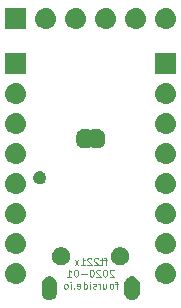
<source format=gbr>
G04 #@! TF.GenerationSoftware,KiCad,Pcbnew,(5.1.4)-1*
G04 #@! TF.CreationDate,2020-11-09T21:53:23-05:00*
G04 #@! TF.ProjectId,ft221x,66743232-3178-42e6-9b69-6361645f7063,2020-02*
G04 #@! TF.SameCoordinates,Original*
G04 #@! TF.FileFunction,Soldermask,Bot*
G04 #@! TF.FilePolarity,Negative*
%FSLAX46Y46*%
G04 Gerber Fmt 4.6, Leading zero omitted, Abs format (unit mm)*
G04 Created by KiCad (PCBNEW (5.1.4)-1) date 2020-11-09 21:53:23*
%MOMM*%
%LPD*%
G04 APERTURE LIST*
%ADD10C,0.100000*%
G04 APERTURE END LIST*
D10*
X30595714Y-48401428D02*
X30367142Y-48401428D01*
X30510000Y-48801428D02*
X30510000Y-48287142D01*
X30481428Y-48230000D01*
X30424285Y-48201428D01*
X30367142Y-48201428D01*
X30252857Y-48401428D02*
X30024285Y-48401428D01*
X30167142Y-48201428D02*
X30167142Y-48715714D01*
X30138571Y-48772857D01*
X30081428Y-48801428D01*
X30024285Y-48801428D01*
X29852857Y-48258571D02*
X29824285Y-48230000D01*
X29767142Y-48201428D01*
X29624285Y-48201428D01*
X29567142Y-48230000D01*
X29538571Y-48258571D01*
X29510000Y-48315714D01*
X29510000Y-48372857D01*
X29538571Y-48458571D01*
X29881428Y-48801428D01*
X29510000Y-48801428D01*
X29281428Y-48258571D02*
X29252857Y-48230000D01*
X29195714Y-48201428D01*
X29052857Y-48201428D01*
X28995714Y-48230000D01*
X28967142Y-48258571D01*
X28938571Y-48315714D01*
X28938571Y-48372857D01*
X28967142Y-48458571D01*
X29310000Y-48801428D01*
X28938571Y-48801428D01*
X28367142Y-48801428D02*
X28710000Y-48801428D01*
X28538571Y-48801428D02*
X28538571Y-48201428D01*
X28595714Y-48287142D01*
X28652857Y-48344285D01*
X28710000Y-48372857D01*
X28167142Y-48801428D02*
X27852857Y-48401428D01*
X28167142Y-48401428D02*
X27852857Y-48801428D01*
X31181428Y-49258571D02*
X31152857Y-49230000D01*
X31095714Y-49201428D01*
X30952857Y-49201428D01*
X30895714Y-49230000D01*
X30867142Y-49258571D01*
X30838571Y-49315714D01*
X30838571Y-49372857D01*
X30867142Y-49458571D01*
X31210000Y-49801428D01*
X30838571Y-49801428D01*
X30467142Y-49201428D02*
X30410000Y-49201428D01*
X30352857Y-49230000D01*
X30324285Y-49258571D01*
X30295714Y-49315714D01*
X30267142Y-49430000D01*
X30267142Y-49572857D01*
X30295714Y-49687142D01*
X30324285Y-49744285D01*
X30352857Y-49772857D01*
X30410000Y-49801428D01*
X30467142Y-49801428D01*
X30524285Y-49772857D01*
X30552857Y-49744285D01*
X30581428Y-49687142D01*
X30610000Y-49572857D01*
X30610000Y-49430000D01*
X30581428Y-49315714D01*
X30552857Y-49258571D01*
X30524285Y-49230000D01*
X30467142Y-49201428D01*
X30038571Y-49258571D02*
X30010000Y-49230000D01*
X29952857Y-49201428D01*
X29810000Y-49201428D01*
X29752857Y-49230000D01*
X29724285Y-49258571D01*
X29695714Y-49315714D01*
X29695714Y-49372857D01*
X29724285Y-49458571D01*
X30067142Y-49801428D01*
X29695714Y-49801428D01*
X29324285Y-49201428D02*
X29267142Y-49201428D01*
X29210000Y-49230000D01*
X29181428Y-49258571D01*
X29152857Y-49315714D01*
X29124285Y-49430000D01*
X29124285Y-49572857D01*
X29152857Y-49687142D01*
X29181428Y-49744285D01*
X29210000Y-49772857D01*
X29267142Y-49801428D01*
X29324285Y-49801428D01*
X29381428Y-49772857D01*
X29410000Y-49744285D01*
X29438571Y-49687142D01*
X29467142Y-49572857D01*
X29467142Y-49430000D01*
X29438571Y-49315714D01*
X29410000Y-49258571D01*
X29381428Y-49230000D01*
X29324285Y-49201428D01*
X28867142Y-49572857D02*
X28410000Y-49572857D01*
X28010000Y-49201428D02*
X27952857Y-49201428D01*
X27895714Y-49230000D01*
X27867142Y-49258571D01*
X27838571Y-49315714D01*
X27810000Y-49430000D01*
X27810000Y-49572857D01*
X27838571Y-49687142D01*
X27867142Y-49744285D01*
X27895714Y-49772857D01*
X27952857Y-49801428D01*
X28010000Y-49801428D01*
X28067142Y-49772857D01*
X28095714Y-49744285D01*
X28124285Y-49687142D01*
X28152857Y-49572857D01*
X28152857Y-49430000D01*
X28124285Y-49315714D01*
X28095714Y-49258571D01*
X28067142Y-49230000D01*
X28010000Y-49201428D01*
X27238571Y-49801428D02*
X27581428Y-49801428D01*
X27410000Y-49801428D02*
X27410000Y-49201428D01*
X27467142Y-49287142D01*
X27524285Y-49344285D01*
X27581428Y-49372857D01*
X31524285Y-50401428D02*
X31295714Y-50401428D01*
X31438571Y-50801428D02*
X31438571Y-50287142D01*
X31410000Y-50230000D01*
X31352857Y-50201428D01*
X31295714Y-50201428D01*
X31010000Y-50801428D02*
X31067142Y-50772857D01*
X31095714Y-50744285D01*
X31124285Y-50687142D01*
X31124285Y-50515714D01*
X31095714Y-50458571D01*
X31067142Y-50430000D01*
X31010000Y-50401428D01*
X30924285Y-50401428D01*
X30867142Y-50430000D01*
X30838571Y-50458571D01*
X30810000Y-50515714D01*
X30810000Y-50687142D01*
X30838571Y-50744285D01*
X30867142Y-50772857D01*
X30924285Y-50801428D01*
X31010000Y-50801428D01*
X30295714Y-50401428D02*
X30295714Y-50801428D01*
X30552857Y-50401428D02*
X30552857Y-50715714D01*
X30524285Y-50772857D01*
X30467142Y-50801428D01*
X30381428Y-50801428D01*
X30324285Y-50772857D01*
X30295714Y-50744285D01*
X30010000Y-50801428D02*
X30010000Y-50401428D01*
X30010000Y-50515714D02*
X29981428Y-50458571D01*
X29952857Y-50430000D01*
X29895714Y-50401428D01*
X29838571Y-50401428D01*
X29667142Y-50772857D02*
X29610000Y-50801428D01*
X29495714Y-50801428D01*
X29438571Y-50772857D01*
X29410000Y-50715714D01*
X29410000Y-50687142D01*
X29438571Y-50630000D01*
X29495714Y-50601428D01*
X29581428Y-50601428D01*
X29638571Y-50572857D01*
X29667142Y-50515714D01*
X29667142Y-50487142D01*
X29638571Y-50430000D01*
X29581428Y-50401428D01*
X29495714Y-50401428D01*
X29438571Y-50430000D01*
X29152857Y-50801428D02*
X29152857Y-50401428D01*
X29152857Y-50201428D02*
X29181428Y-50230000D01*
X29152857Y-50258571D01*
X29124285Y-50230000D01*
X29152857Y-50201428D01*
X29152857Y-50258571D01*
X28610000Y-50801428D02*
X28610000Y-50201428D01*
X28610000Y-50772857D02*
X28667142Y-50801428D01*
X28781428Y-50801428D01*
X28838571Y-50772857D01*
X28867142Y-50744285D01*
X28895714Y-50687142D01*
X28895714Y-50515714D01*
X28867142Y-50458571D01*
X28838571Y-50430000D01*
X28781428Y-50401428D01*
X28667142Y-50401428D01*
X28610000Y-50430000D01*
X28095714Y-50772857D02*
X28152857Y-50801428D01*
X28267142Y-50801428D01*
X28324285Y-50772857D01*
X28352857Y-50715714D01*
X28352857Y-50487142D01*
X28324285Y-50430000D01*
X28267142Y-50401428D01*
X28152857Y-50401428D01*
X28095714Y-50430000D01*
X28067142Y-50487142D01*
X28067142Y-50544285D01*
X28352857Y-50601428D01*
X27810000Y-50744285D02*
X27781428Y-50772857D01*
X27810000Y-50801428D01*
X27838571Y-50772857D01*
X27810000Y-50744285D01*
X27810000Y-50801428D01*
X27524285Y-50801428D02*
X27524285Y-50401428D01*
X27524285Y-50201428D02*
X27552857Y-50230000D01*
X27524285Y-50258571D01*
X27495714Y-50230000D01*
X27524285Y-50201428D01*
X27524285Y-50258571D01*
X27152857Y-50801428D02*
X27210000Y-50772857D01*
X27238571Y-50744285D01*
X27267142Y-50687142D01*
X27267142Y-50515714D01*
X27238571Y-50458571D01*
X27210000Y-50430000D01*
X27152857Y-50401428D01*
X27067142Y-50401428D01*
X27010000Y-50430000D01*
X26981428Y-50458571D01*
X26952857Y-50515714D01*
X26952857Y-50687142D01*
X26981428Y-50744285D01*
X27010000Y-50772857D01*
X27067142Y-50801428D01*
X27152857Y-50801428D01*
G36*
X25837618Y-49775920D02*
G01*
X25928404Y-49803460D01*
X25960336Y-49813146D01*
X26073425Y-49873594D01*
X26172554Y-49954946D01*
X26253906Y-50054075D01*
X26314354Y-50167164D01*
X26315270Y-50170185D01*
X26351580Y-50289882D01*
X26361000Y-50385527D01*
X26361000Y-51149473D01*
X26351580Y-51245118D01*
X26324040Y-51335904D01*
X26314354Y-51367836D01*
X26253906Y-51480925D01*
X26172554Y-51580053D01*
X26073424Y-51661406D01*
X25960335Y-51721854D01*
X25928403Y-51731540D01*
X25837617Y-51759080D01*
X25710000Y-51771649D01*
X25582382Y-51759080D01*
X25491596Y-51731540D01*
X25459664Y-51721854D01*
X25346575Y-51661406D01*
X25247447Y-51580054D01*
X25166094Y-51480924D01*
X25105646Y-51367835D01*
X25095960Y-51335903D01*
X25068420Y-51245117D01*
X25059000Y-51149472D01*
X25059000Y-50385527D01*
X25068420Y-50289882D01*
X25105645Y-50167168D01*
X25130608Y-50120466D01*
X25166095Y-50054075D01*
X25247447Y-49954946D01*
X25346576Y-49873594D01*
X25459665Y-49813146D01*
X25491597Y-49803460D01*
X25582383Y-49775920D01*
X25710000Y-49763351D01*
X25837618Y-49775920D01*
X25837618Y-49775920D01*
G37*
G36*
X32837617Y-49775920D02*
G01*
X32928403Y-49803460D01*
X32960335Y-49813146D01*
X33073424Y-49873594D01*
X33172554Y-49954947D01*
X33253906Y-50054075D01*
X33314354Y-50167164D01*
X33315270Y-50170185D01*
X33351580Y-50289882D01*
X33361000Y-50385527D01*
X33361000Y-51149473D01*
X33351580Y-51245118D01*
X33324040Y-51335904D01*
X33314354Y-51367836D01*
X33253906Y-51480925D01*
X33172554Y-51580054D01*
X33073425Y-51661406D01*
X32960336Y-51721854D01*
X32928404Y-51731540D01*
X32837618Y-51759080D01*
X32710000Y-51771649D01*
X32582383Y-51759080D01*
X32491597Y-51731540D01*
X32459665Y-51721854D01*
X32346576Y-51661406D01*
X32247447Y-51580054D01*
X32166095Y-51480925D01*
X32105648Y-51367837D01*
X32105645Y-51367832D01*
X32068420Y-51245118D01*
X32059000Y-51149473D01*
X32059000Y-50385528D01*
X32068420Y-50289883D01*
X32105645Y-50167169D01*
X32105646Y-50167165D01*
X32166094Y-50054076D01*
X32247447Y-49954946D01*
X32346575Y-49873594D01*
X32459664Y-49813146D01*
X32491596Y-49803460D01*
X32582382Y-49775920D01*
X32710000Y-49763351D01*
X32837617Y-49775920D01*
X32837617Y-49775920D01*
G37*
G36*
X35670443Y-48635519D02*
G01*
X35736627Y-48642037D01*
X35906466Y-48693557D01*
X36062991Y-48777222D01*
X36098729Y-48806552D01*
X36200186Y-48889814D01*
X36283448Y-48991271D01*
X36312778Y-49027009D01*
X36396443Y-49183534D01*
X36447963Y-49353373D01*
X36465359Y-49530000D01*
X36447963Y-49706627D01*
X36396443Y-49876466D01*
X36312778Y-50032991D01*
X36295474Y-50054076D01*
X36200186Y-50170186D01*
X36098729Y-50253448D01*
X36062991Y-50282778D01*
X35906466Y-50366443D01*
X35736627Y-50417963D01*
X35670443Y-50424481D01*
X35604260Y-50431000D01*
X35515740Y-50431000D01*
X35449558Y-50424482D01*
X35383373Y-50417963D01*
X35213534Y-50366443D01*
X35057009Y-50282778D01*
X35021271Y-50253448D01*
X34919814Y-50170186D01*
X34824526Y-50054076D01*
X34807222Y-50032991D01*
X34723557Y-49876466D01*
X34672037Y-49706627D01*
X34654641Y-49530000D01*
X34672037Y-49353373D01*
X34723557Y-49183534D01*
X34807222Y-49027009D01*
X34836552Y-48991271D01*
X34919814Y-48889814D01*
X35021271Y-48806552D01*
X35057009Y-48777222D01*
X35213534Y-48693557D01*
X35383373Y-48642037D01*
X35449557Y-48635519D01*
X35515740Y-48629000D01*
X35604260Y-48629000D01*
X35670443Y-48635519D01*
X35670443Y-48635519D01*
G37*
G36*
X22970443Y-48635519D02*
G01*
X23036627Y-48642037D01*
X23206466Y-48693557D01*
X23362991Y-48777222D01*
X23398729Y-48806552D01*
X23500186Y-48889814D01*
X23583448Y-48991271D01*
X23612778Y-49027009D01*
X23696443Y-49183534D01*
X23747963Y-49353373D01*
X23765359Y-49530000D01*
X23747963Y-49706627D01*
X23696443Y-49876466D01*
X23612778Y-50032991D01*
X23595474Y-50054076D01*
X23500186Y-50170186D01*
X23398729Y-50253448D01*
X23362991Y-50282778D01*
X23206466Y-50366443D01*
X23036627Y-50417963D01*
X22970442Y-50424482D01*
X22904260Y-50431000D01*
X22815740Y-50431000D01*
X22749558Y-50424482D01*
X22683373Y-50417963D01*
X22513534Y-50366443D01*
X22357009Y-50282778D01*
X22321271Y-50253448D01*
X22219814Y-50170186D01*
X22124526Y-50054076D01*
X22107222Y-50032991D01*
X22023557Y-49876466D01*
X21972037Y-49706627D01*
X21954641Y-49530000D01*
X21972037Y-49353373D01*
X22023557Y-49183534D01*
X22107222Y-49027009D01*
X22136552Y-48991271D01*
X22219814Y-48889814D01*
X22321271Y-48806552D01*
X22357009Y-48777222D01*
X22513534Y-48693557D01*
X22683373Y-48642037D01*
X22749557Y-48635519D01*
X22815740Y-48629000D01*
X22904260Y-48629000D01*
X22970443Y-48635519D01*
X22970443Y-48635519D01*
G37*
G36*
X26936348Y-47321320D02*
G01*
X26936350Y-47321321D01*
X26936351Y-47321321D01*
X27077574Y-47379817D01*
X27077577Y-47379819D01*
X27204669Y-47464739D01*
X27312761Y-47572831D01*
X27351084Y-47630186D01*
X27397683Y-47699926D01*
X27456179Y-47841149D01*
X27486000Y-47991071D01*
X27486000Y-48143929D01*
X27456179Y-48293851D01*
X27397683Y-48435074D01*
X27397681Y-48435077D01*
X27312761Y-48562169D01*
X27204669Y-48670261D01*
X27077577Y-48755181D01*
X27077574Y-48755183D01*
X26936351Y-48813679D01*
X26936350Y-48813679D01*
X26936348Y-48813680D01*
X26786431Y-48843500D01*
X26633569Y-48843500D01*
X26483652Y-48813680D01*
X26483650Y-48813679D01*
X26483649Y-48813679D01*
X26342426Y-48755183D01*
X26342423Y-48755181D01*
X26215331Y-48670261D01*
X26107239Y-48562169D01*
X26022319Y-48435077D01*
X26022317Y-48435074D01*
X25963821Y-48293851D01*
X25934000Y-48143929D01*
X25934000Y-47991071D01*
X25963821Y-47841149D01*
X26022317Y-47699926D01*
X26068916Y-47630186D01*
X26107239Y-47572831D01*
X26215331Y-47464739D01*
X26342423Y-47379819D01*
X26342426Y-47379817D01*
X26483649Y-47321321D01*
X26483650Y-47321321D01*
X26483652Y-47321320D01*
X26633569Y-47291500D01*
X26786431Y-47291500D01*
X26936348Y-47321320D01*
X26936348Y-47321320D01*
G37*
G36*
X31936348Y-47321320D02*
G01*
X31936350Y-47321321D01*
X31936351Y-47321321D01*
X32077574Y-47379817D01*
X32077577Y-47379819D01*
X32204669Y-47464739D01*
X32312761Y-47572831D01*
X32351084Y-47630186D01*
X32397683Y-47699926D01*
X32456179Y-47841149D01*
X32486000Y-47991071D01*
X32486000Y-48143929D01*
X32456179Y-48293851D01*
X32397683Y-48435074D01*
X32397681Y-48435077D01*
X32312761Y-48562169D01*
X32204669Y-48670261D01*
X32077577Y-48755181D01*
X32077574Y-48755183D01*
X31936351Y-48813679D01*
X31936350Y-48813679D01*
X31936348Y-48813680D01*
X31786431Y-48843500D01*
X31633569Y-48843500D01*
X31483652Y-48813680D01*
X31483650Y-48813679D01*
X31483649Y-48813679D01*
X31342426Y-48755183D01*
X31342423Y-48755181D01*
X31215331Y-48670261D01*
X31107239Y-48562169D01*
X31022319Y-48435077D01*
X31022317Y-48435074D01*
X30963821Y-48293851D01*
X30934000Y-48143929D01*
X30934000Y-47991071D01*
X30963821Y-47841149D01*
X31022317Y-47699926D01*
X31068916Y-47630186D01*
X31107239Y-47572831D01*
X31215331Y-47464739D01*
X31342423Y-47379819D01*
X31342426Y-47379817D01*
X31483649Y-47321321D01*
X31483650Y-47321321D01*
X31483652Y-47321320D01*
X31633569Y-47291500D01*
X31786431Y-47291500D01*
X31936348Y-47321320D01*
X31936348Y-47321320D01*
G37*
G36*
X35670442Y-46095518D02*
G01*
X35736627Y-46102037D01*
X35906466Y-46153557D01*
X36062991Y-46237222D01*
X36098729Y-46266552D01*
X36200186Y-46349814D01*
X36283448Y-46451271D01*
X36312778Y-46487009D01*
X36396443Y-46643534D01*
X36447963Y-46813373D01*
X36465359Y-46990000D01*
X36447963Y-47166627D01*
X36396443Y-47336466D01*
X36312778Y-47492991D01*
X36283448Y-47528729D01*
X36200186Y-47630186D01*
X36115210Y-47699923D01*
X36062991Y-47742778D01*
X35906466Y-47826443D01*
X35736627Y-47877963D01*
X35670443Y-47884481D01*
X35604260Y-47891000D01*
X35515740Y-47891000D01*
X35449557Y-47884481D01*
X35383373Y-47877963D01*
X35213534Y-47826443D01*
X35057009Y-47742778D01*
X35004790Y-47699923D01*
X34919814Y-47630186D01*
X34836552Y-47528729D01*
X34807222Y-47492991D01*
X34723557Y-47336466D01*
X34672037Y-47166627D01*
X34654641Y-46990000D01*
X34672037Y-46813373D01*
X34723557Y-46643534D01*
X34807222Y-46487009D01*
X34836552Y-46451271D01*
X34919814Y-46349814D01*
X35021271Y-46266552D01*
X35057009Y-46237222D01*
X35213534Y-46153557D01*
X35383373Y-46102037D01*
X35449558Y-46095518D01*
X35515740Y-46089000D01*
X35604260Y-46089000D01*
X35670442Y-46095518D01*
X35670442Y-46095518D01*
G37*
G36*
X22970442Y-46095518D02*
G01*
X23036627Y-46102037D01*
X23206466Y-46153557D01*
X23362991Y-46237222D01*
X23398729Y-46266552D01*
X23500186Y-46349814D01*
X23583448Y-46451271D01*
X23612778Y-46487009D01*
X23696443Y-46643534D01*
X23747963Y-46813373D01*
X23765359Y-46990000D01*
X23747963Y-47166627D01*
X23696443Y-47336466D01*
X23612778Y-47492991D01*
X23583448Y-47528729D01*
X23500186Y-47630186D01*
X23415210Y-47699923D01*
X23362991Y-47742778D01*
X23206466Y-47826443D01*
X23036627Y-47877963D01*
X22970443Y-47884481D01*
X22904260Y-47891000D01*
X22815740Y-47891000D01*
X22749557Y-47884481D01*
X22683373Y-47877963D01*
X22513534Y-47826443D01*
X22357009Y-47742778D01*
X22304790Y-47699923D01*
X22219814Y-47630186D01*
X22136552Y-47528729D01*
X22107222Y-47492991D01*
X22023557Y-47336466D01*
X21972037Y-47166627D01*
X21954641Y-46990000D01*
X21972037Y-46813373D01*
X22023557Y-46643534D01*
X22107222Y-46487009D01*
X22136552Y-46451271D01*
X22219814Y-46349814D01*
X22321271Y-46266552D01*
X22357009Y-46237222D01*
X22513534Y-46153557D01*
X22683373Y-46102037D01*
X22749558Y-46095518D01*
X22815740Y-46089000D01*
X22904260Y-46089000D01*
X22970442Y-46095518D01*
X22970442Y-46095518D01*
G37*
G36*
X22970443Y-43555519D02*
G01*
X23036627Y-43562037D01*
X23206466Y-43613557D01*
X23362991Y-43697222D01*
X23398729Y-43726552D01*
X23500186Y-43809814D01*
X23583448Y-43911271D01*
X23612778Y-43947009D01*
X23696443Y-44103534D01*
X23747963Y-44273373D01*
X23765359Y-44450000D01*
X23747963Y-44626627D01*
X23696443Y-44796466D01*
X23612778Y-44952991D01*
X23583448Y-44988729D01*
X23500186Y-45090186D01*
X23398729Y-45173448D01*
X23362991Y-45202778D01*
X23206466Y-45286443D01*
X23036627Y-45337963D01*
X22970442Y-45344482D01*
X22904260Y-45351000D01*
X22815740Y-45351000D01*
X22749558Y-45344482D01*
X22683373Y-45337963D01*
X22513534Y-45286443D01*
X22357009Y-45202778D01*
X22321271Y-45173448D01*
X22219814Y-45090186D01*
X22136552Y-44988729D01*
X22107222Y-44952991D01*
X22023557Y-44796466D01*
X21972037Y-44626627D01*
X21954641Y-44450000D01*
X21972037Y-44273373D01*
X22023557Y-44103534D01*
X22107222Y-43947009D01*
X22136552Y-43911271D01*
X22219814Y-43809814D01*
X22321271Y-43726552D01*
X22357009Y-43697222D01*
X22513534Y-43613557D01*
X22683373Y-43562037D01*
X22749557Y-43555519D01*
X22815740Y-43549000D01*
X22904260Y-43549000D01*
X22970443Y-43555519D01*
X22970443Y-43555519D01*
G37*
G36*
X35670443Y-43555519D02*
G01*
X35736627Y-43562037D01*
X35906466Y-43613557D01*
X36062991Y-43697222D01*
X36098729Y-43726552D01*
X36200186Y-43809814D01*
X36283448Y-43911271D01*
X36312778Y-43947009D01*
X36396443Y-44103534D01*
X36447963Y-44273373D01*
X36465359Y-44450000D01*
X36447963Y-44626627D01*
X36396443Y-44796466D01*
X36312778Y-44952991D01*
X36283448Y-44988729D01*
X36200186Y-45090186D01*
X36098729Y-45173448D01*
X36062991Y-45202778D01*
X35906466Y-45286443D01*
X35736627Y-45337963D01*
X35670442Y-45344482D01*
X35604260Y-45351000D01*
X35515740Y-45351000D01*
X35449558Y-45344482D01*
X35383373Y-45337963D01*
X35213534Y-45286443D01*
X35057009Y-45202778D01*
X35021271Y-45173448D01*
X34919814Y-45090186D01*
X34836552Y-44988729D01*
X34807222Y-44952991D01*
X34723557Y-44796466D01*
X34672037Y-44626627D01*
X34654641Y-44450000D01*
X34672037Y-44273373D01*
X34723557Y-44103534D01*
X34807222Y-43947009D01*
X34836552Y-43911271D01*
X34919814Y-43809814D01*
X35021271Y-43726552D01*
X35057009Y-43697222D01*
X35213534Y-43613557D01*
X35383373Y-43562037D01*
X35449557Y-43555519D01*
X35515740Y-43549000D01*
X35604260Y-43549000D01*
X35670443Y-43555519D01*
X35670443Y-43555519D01*
G37*
G36*
X22970442Y-41015518D02*
G01*
X23036627Y-41022037D01*
X23206466Y-41073557D01*
X23362991Y-41157222D01*
X23398729Y-41186552D01*
X23500186Y-41269814D01*
X23583448Y-41371271D01*
X23612778Y-41407009D01*
X23612779Y-41407011D01*
X23696009Y-41562721D01*
X23696443Y-41563534D01*
X23747963Y-41733373D01*
X23765359Y-41910000D01*
X23747963Y-42086627D01*
X23696443Y-42256466D01*
X23612778Y-42412991D01*
X23583448Y-42448729D01*
X23500186Y-42550186D01*
X23398729Y-42633448D01*
X23362991Y-42662778D01*
X23206466Y-42746443D01*
X23036627Y-42797963D01*
X22970443Y-42804481D01*
X22904260Y-42811000D01*
X22815740Y-42811000D01*
X22749557Y-42804481D01*
X22683373Y-42797963D01*
X22513534Y-42746443D01*
X22357009Y-42662778D01*
X22321271Y-42633448D01*
X22219814Y-42550186D01*
X22136552Y-42448729D01*
X22107222Y-42412991D01*
X22023557Y-42256466D01*
X21972037Y-42086627D01*
X21954641Y-41910000D01*
X21972037Y-41733373D01*
X22023557Y-41563534D01*
X22023992Y-41562721D01*
X22107221Y-41407011D01*
X22107222Y-41407009D01*
X22136552Y-41371271D01*
X22219814Y-41269814D01*
X22321271Y-41186552D01*
X22357009Y-41157222D01*
X22513534Y-41073557D01*
X22683373Y-41022037D01*
X22749558Y-41015518D01*
X22815740Y-41009000D01*
X22904260Y-41009000D01*
X22970442Y-41015518D01*
X22970442Y-41015518D01*
G37*
G36*
X35670442Y-41015518D02*
G01*
X35736627Y-41022037D01*
X35906466Y-41073557D01*
X36062991Y-41157222D01*
X36098729Y-41186552D01*
X36200186Y-41269814D01*
X36283448Y-41371271D01*
X36312778Y-41407009D01*
X36312779Y-41407011D01*
X36396009Y-41562721D01*
X36396443Y-41563534D01*
X36447963Y-41733373D01*
X36465359Y-41910000D01*
X36447963Y-42086627D01*
X36396443Y-42256466D01*
X36312778Y-42412991D01*
X36283448Y-42448729D01*
X36200186Y-42550186D01*
X36098729Y-42633448D01*
X36062991Y-42662778D01*
X35906466Y-42746443D01*
X35736627Y-42797963D01*
X35670443Y-42804481D01*
X35604260Y-42811000D01*
X35515740Y-42811000D01*
X35449557Y-42804481D01*
X35383373Y-42797963D01*
X35213534Y-42746443D01*
X35057009Y-42662778D01*
X35021271Y-42633448D01*
X34919814Y-42550186D01*
X34836552Y-42448729D01*
X34807222Y-42412991D01*
X34723557Y-42256466D01*
X34672037Y-42086627D01*
X34654641Y-41910000D01*
X34672037Y-41733373D01*
X34723557Y-41563534D01*
X34723992Y-41562721D01*
X34807221Y-41407011D01*
X34807222Y-41407009D01*
X34836552Y-41371271D01*
X34919814Y-41269814D01*
X35021271Y-41186552D01*
X35057009Y-41157222D01*
X35213534Y-41073557D01*
X35383373Y-41022037D01*
X35449558Y-41015518D01*
X35515740Y-41009000D01*
X35604260Y-41009000D01*
X35670442Y-41015518D01*
X35670442Y-41015518D01*
G37*
G36*
X25052721Y-40872174D02*
G01*
X25152995Y-40913709D01*
X25152996Y-40913710D01*
X25243242Y-40974010D01*
X25319990Y-41050758D01*
X25319991Y-41050760D01*
X25380291Y-41141005D01*
X25421826Y-41241279D01*
X25443000Y-41347730D01*
X25443000Y-41456270D01*
X25421826Y-41562721D01*
X25380291Y-41662995D01*
X25380290Y-41662996D01*
X25319990Y-41753242D01*
X25243242Y-41829990D01*
X25197812Y-41860345D01*
X25152995Y-41890291D01*
X25052721Y-41931826D01*
X24946270Y-41953000D01*
X24837730Y-41953000D01*
X24731279Y-41931826D01*
X24631005Y-41890291D01*
X24586188Y-41860345D01*
X24540758Y-41829990D01*
X24464010Y-41753242D01*
X24403710Y-41662996D01*
X24403709Y-41662995D01*
X24362174Y-41562721D01*
X24341000Y-41456270D01*
X24341000Y-41347730D01*
X24362174Y-41241279D01*
X24403709Y-41141005D01*
X24464009Y-41050760D01*
X24464010Y-41050758D01*
X24540758Y-40974010D01*
X24631004Y-40913710D01*
X24631005Y-40913709D01*
X24731279Y-40872174D01*
X24837730Y-40851000D01*
X24946270Y-40851000D01*
X25052721Y-40872174D01*
X25052721Y-40872174D01*
G37*
G36*
X35670443Y-38475519D02*
G01*
X35736627Y-38482037D01*
X35906466Y-38533557D01*
X36062991Y-38617222D01*
X36098729Y-38646552D01*
X36200186Y-38729814D01*
X36282947Y-38830660D01*
X36312778Y-38867009D01*
X36396443Y-39023534D01*
X36447963Y-39193373D01*
X36465359Y-39370000D01*
X36447963Y-39546627D01*
X36396443Y-39716466D01*
X36312778Y-39872991D01*
X36283448Y-39908729D01*
X36200186Y-40010186D01*
X36098729Y-40093448D01*
X36062991Y-40122778D01*
X35906466Y-40206443D01*
X35736627Y-40257963D01*
X35670443Y-40264481D01*
X35604260Y-40271000D01*
X35515740Y-40271000D01*
X35449557Y-40264481D01*
X35383373Y-40257963D01*
X35213534Y-40206443D01*
X35057009Y-40122778D01*
X35021271Y-40093448D01*
X34919814Y-40010186D01*
X34836552Y-39908729D01*
X34807222Y-39872991D01*
X34723557Y-39716466D01*
X34672037Y-39546627D01*
X34654641Y-39370000D01*
X34672037Y-39193373D01*
X34723557Y-39023534D01*
X34807222Y-38867009D01*
X34837053Y-38830660D01*
X34919814Y-38729814D01*
X35021271Y-38646552D01*
X35057009Y-38617222D01*
X35213534Y-38533557D01*
X35383373Y-38482037D01*
X35449557Y-38475519D01*
X35515740Y-38469000D01*
X35604260Y-38469000D01*
X35670443Y-38475519D01*
X35670443Y-38475519D01*
G37*
G36*
X22970443Y-38475519D02*
G01*
X23036627Y-38482037D01*
X23206466Y-38533557D01*
X23362991Y-38617222D01*
X23398729Y-38646552D01*
X23500186Y-38729814D01*
X23582947Y-38830660D01*
X23612778Y-38867009D01*
X23696443Y-39023534D01*
X23747963Y-39193373D01*
X23765359Y-39370000D01*
X23747963Y-39546627D01*
X23696443Y-39716466D01*
X23612778Y-39872991D01*
X23583448Y-39908729D01*
X23500186Y-40010186D01*
X23398729Y-40093448D01*
X23362991Y-40122778D01*
X23206466Y-40206443D01*
X23036627Y-40257963D01*
X22970443Y-40264481D01*
X22904260Y-40271000D01*
X22815740Y-40271000D01*
X22749557Y-40264481D01*
X22683373Y-40257963D01*
X22513534Y-40206443D01*
X22357009Y-40122778D01*
X22321271Y-40093448D01*
X22219814Y-40010186D01*
X22136552Y-39908729D01*
X22107222Y-39872991D01*
X22023557Y-39716466D01*
X21972037Y-39546627D01*
X21954641Y-39370000D01*
X21972037Y-39193373D01*
X22023557Y-39023534D01*
X22107222Y-38867009D01*
X22137053Y-38830660D01*
X22219814Y-38729814D01*
X22321271Y-38646552D01*
X22357009Y-38617222D01*
X22513534Y-38533557D01*
X22683373Y-38482037D01*
X22749557Y-38475519D01*
X22815740Y-38469000D01*
X22904260Y-38469000D01*
X22970443Y-38475519D01*
X22970443Y-38475519D01*
G37*
G36*
X29069999Y-37299737D02*
G01*
X29079608Y-37302652D01*
X29088472Y-37307390D01*
X29096237Y-37313763D01*
X29106448Y-37326206D01*
X29113378Y-37336575D01*
X29130705Y-37353902D01*
X29151080Y-37367515D01*
X29173720Y-37376891D01*
X29197753Y-37381671D01*
X29222257Y-37381670D01*
X29246290Y-37376888D01*
X29268929Y-37367510D01*
X29289302Y-37353895D01*
X29306629Y-37336568D01*
X29313558Y-37326198D01*
X29323763Y-37313763D01*
X29331528Y-37307390D01*
X29340392Y-37302652D01*
X29350001Y-37299737D01*
X29366140Y-37298148D01*
X29853861Y-37298148D01*
X29872199Y-37299954D01*
X29884450Y-37300556D01*
X29902869Y-37300556D01*
X29925149Y-37302750D01*
X30009233Y-37319476D01*
X30030660Y-37325976D01*
X30109858Y-37358780D01*
X30115303Y-37361691D01*
X30115309Y-37361693D01*
X30124169Y-37366429D01*
X30124173Y-37366432D01*
X30129614Y-37369340D01*
X30200899Y-37416971D01*
X30218204Y-37431172D01*
X30278828Y-37491796D01*
X30293029Y-37509101D01*
X30340660Y-37580386D01*
X30343568Y-37585827D01*
X30343571Y-37585831D01*
X30348307Y-37594691D01*
X30348309Y-37594697D01*
X30351220Y-37600142D01*
X30384024Y-37679340D01*
X30390524Y-37700767D01*
X30407250Y-37784851D01*
X30409444Y-37807131D01*
X30409444Y-37825550D01*
X30410046Y-37837801D01*
X30411852Y-37856139D01*
X30411852Y-38343862D01*
X30410046Y-38362199D01*
X30409444Y-38374450D01*
X30409444Y-38392869D01*
X30407250Y-38415149D01*
X30390524Y-38499233D01*
X30384024Y-38520660D01*
X30351220Y-38599858D01*
X30348309Y-38605303D01*
X30348307Y-38605309D01*
X30343571Y-38614169D01*
X30343568Y-38614173D01*
X30340660Y-38619614D01*
X30293029Y-38690899D01*
X30278828Y-38708204D01*
X30218204Y-38768828D01*
X30200899Y-38783029D01*
X30129614Y-38830660D01*
X30124173Y-38833568D01*
X30124169Y-38833571D01*
X30115309Y-38838307D01*
X30115303Y-38838309D01*
X30109858Y-38841220D01*
X30030660Y-38874024D01*
X30009233Y-38880524D01*
X29925149Y-38897250D01*
X29902869Y-38899444D01*
X29884450Y-38899444D01*
X29872199Y-38900046D01*
X29853862Y-38901852D01*
X29366140Y-38901852D01*
X29350001Y-38900263D01*
X29340392Y-38897348D01*
X29331528Y-38892610D01*
X29323763Y-38886237D01*
X29313552Y-38873794D01*
X29306622Y-38863425D01*
X29289295Y-38846098D01*
X29268920Y-38832485D01*
X29246280Y-38823109D01*
X29222247Y-38818329D01*
X29197743Y-38818330D01*
X29173710Y-38823112D01*
X29151071Y-38832490D01*
X29130698Y-38846105D01*
X29113371Y-38863432D01*
X29106442Y-38873802D01*
X29096237Y-38886237D01*
X29088472Y-38892610D01*
X29079608Y-38897348D01*
X29069999Y-38900263D01*
X29053860Y-38901852D01*
X28566138Y-38901852D01*
X28547801Y-38900046D01*
X28535550Y-38899444D01*
X28517131Y-38899444D01*
X28494851Y-38897250D01*
X28410767Y-38880524D01*
X28389340Y-38874024D01*
X28310142Y-38841220D01*
X28304697Y-38838309D01*
X28304691Y-38838307D01*
X28295831Y-38833571D01*
X28295827Y-38833568D01*
X28290386Y-38830660D01*
X28219101Y-38783029D01*
X28201796Y-38768828D01*
X28141172Y-38708204D01*
X28126971Y-38690899D01*
X28079340Y-38619614D01*
X28076432Y-38614173D01*
X28076429Y-38614169D01*
X28071693Y-38605309D01*
X28071691Y-38605303D01*
X28068780Y-38599858D01*
X28035976Y-38520660D01*
X28029476Y-38499233D01*
X28012750Y-38415149D01*
X28010556Y-38392869D01*
X28010556Y-38374450D01*
X28009954Y-38362199D01*
X28008148Y-38343862D01*
X28008148Y-37856139D01*
X28009954Y-37837801D01*
X28010556Y-37825550D01*
X28010556Y-37807131D01*
X28012750Y-37784851D01*
X28029476Y-37700767D01*
X28035976Y-37679340D01*
X28068780Y-37600142D01*
X28071691Y-37594697D01*
X28071693Y-37594691D01*
X28076429Y-37585831D01*
X28076432Y-37585827D01*
X28079340Y-37580386D01*
X28126971Y-37509101D01*
X28141172Y-37491796D01*
X28201796Y-37431172D01*
X28219101Y-37416971D01*
X28290386Y-37369340D01*
X28295827Y-37366432D01*
X28295831Y-37366429D01*
X28304691Y-37361693D01*
X28304697Y-37361691D01*
X28310142Y-37358780D01*
X28389340Y-37325976D01*
X28410767Y-37319476D01*
X28494851Y-37302750D01*
X28517131Y-37300556D01*
X28535550Y-37300556D01*
X28547801Y-37299954D01*
X28566139Y-37298148D01*
X29053860Y-37298148D01*
X29069999Y-37299737D01*
X29069999Y-37299737D01*
G37*
G36*
X35670442Y-35935518D02*
G01*
X35736627Y-35942037D01*
X35906466Y-35993557D01*
X36062991Y-36077222D01*
X36098729Y-36106552D01*
X36200186Y-36189814D01*
X36283448Y-36291271D01*
X36312778Y-36327009D01*
X36396443Y-36483534D01*
X36447963Y-36653373D01*
X36465359Y-36830000D01*
X36447963Y-37006627D01*
X36396443Y-37176466D01*
X36312778Y-37332991D01*
X36291613Y-37358780D01*
X36200186Y-37470186D01*
X36098729Y-37553448D01*
X36062991Y-37582778D01*
X35906466Y-37666443D01*
X35736627Y-37717963D01*
X35670443Y-37724481D01*
X35604260Y-37731000D01*
X35515740Y-37731000D01*
X35449557Y-37724481D01*
X35383373Y-37717963D01*
X35213534Y-37666443D01*
X35057009Y-37582778D01*
X35021271Y-37553448D01*
X34919814Y-37470186D01*
X34828387Y-37358780D01*
X34807222Y-37332991D01*
X34723557Y-37176466D01*
X34672037Y-37006627D01*
X34654641Y-36830000D01*
X34672037Y-36653373D01*
X34723557Y-36483534D01*
X34807222Y-36327009D01*
X34836552Y-36291271D01*
X34919814Y-36189814D01*
X35021271Y-36106552D01*
X35057009Y-36077222D01*
X35213534Y-35993557D01*
X35383373Y-35942037D01*
X35449558Y-35935518D01*
X35515740Y-35929000D01*
X35604260Y-35929000D01*
X35670442Y-35935518D01*
X35670442Y-35935518D01*
G37*
G36*
X22970442Y-35935518D02*
G01*
X23036627Y-35942037D01*
X23206466Y-35993557D01*
X23362991Y-36077222D01*
X23398729Y-36106552D01*
X23500186Y-36189814D01*
X23583448Y-36291271D01*
X23612778Y-36327009D01*
X23696443Y-36483534D01*
X23747963Y-36653373D01*
X23765359Y-36830000D01*
X23747963Y-37006627D01*
X23696443Y-37176466D01*
X23612778Y-37332991D01*
X23591613Y-37358780D01*
X23500186Y-37470186D01*
X23398729Y-37553448D01*
X23362991Y-37582778D01*
X23206466Y-37666443D01*
X23036627Y-37717963D01*
X22970443Y-37724481D01*
X22904260Y-37731000D01*
X22815740Y-37731000D01*
X22749557Y-37724481D01*
X22683373Y-37717963D01*
X22513534Y-37666443D01*
X22357009Y-37582778D01*
X22321271Y-37553448D01*
X22219814Y-37470186D01*
X22128387Y-37358780D01*
X22107222Y-37332991D01*
X22023557Y-37176466D01*
X21972037Y-37006627D01*
X21954641Y-36830000D01*
X21972037Y-36653373D01*
X22023557Y-36483534D01*
X22107222Y-36327009D01*
X22136552Y-36291271D01*
X22219814Y-36189814D01*
X22321271Y-36106552D01*
X22357009Y-36077222D01*
X22513534Y-35993557D01*
X22683373Y-35942037D01*
X22749558Y-35935518D01*
X22815740Y-35929000D01*
X22904260Y-35929000D01*
X22970442Y-35935518D01*
X22970442Y-35935518D01*
G37*
G36*
X35670442Y-33395518D02*
G01*
X35736627Y-33402037D01*
X35906466Y-33453557D01*
X36062991Y-33537222D01*
X36098729Y-33566552D01*
X36200186Y-33649814D01*
X36283448Y-33751271D01*
X36312778Y-33787009D01*
X36396443Y-33943534D01*
X36447963Y-34113373D01*
X36465359Y-34290000D01*
X36447963Y-34466627D01*
X36396443Y-34636466D01*
X36312778Y-34792991D01*
X36283448Y-34828729D01*
X36200186Y-34930186D01*
X36098729Y-35013448D01*
X36062991Y-35042778D01*
X35906466Y-35126443D01*
X35736627Y-35177963D01*
X35670442Y-35184482D01*
X35604260Y-35191000D01*
X35515740Y-35191000D01*
X35449558Y-35184482D01*
X35383373Y-35177963D01*
X35213534Y-35126443D01*
X35057009Y-35042778D01*
X35021271Y-35013448D01*
X34919814Y-34930186D01*
X34836552Y-34828729D01*
X34807222Y-34792991D01*
X34723557Y-34636466D01*
X34672037Y-34466627D01*
X34654641Y-34290000D01*
X34672037Y-34113373D01*
X34723557Y-33943534D01*
X34807222Y-33787009D01*
X34836552Y-33751271D01*
X34919814Y-33649814D01*
X35021271Y-33566552D01*
X35057009Y-33537222D01*
X35213534Y-33453557D01*
X35383373Y-33402037D01*
X35449558Y-33395518D01*
X35515740Y-33389000D01*
X35604260Y-33389000D01*
X35670442Y-33395518D01*
X35670442Y-33395518D01*
G37*
G36*
X22970442Y-33395518D02*
G01*
X23036627Y-33402037D01*
X23206466Y-33453557D01*
X23362991Y-33537222D01*
X23398729Y-33566552D01*
X23500186Y-33649814D01*
X23583448Y-33751271D01*
X23612778Y-33787009D01*
X23696443Y-33943534D01*
X23747963Y-34113373D01*
X23765359Y-34290000D01*
X23747963Y-34466627D01*
X23696443Y-34636466D01*
X23612778Y-34792991D01*
X23583448Y-34828729D01*
X23500186Y-34930186D01*
X23398729Y-35013448D01*
X23362991Y-35042778D01*
X23206466Y-35126443D01*
X23036627Y-35177963D01*
X22970442Y-35184482D01*
X22904260Y-35191000D01*
X22815740Y-35191000D01*
X22749558Y-35184482D01*
X22683373Y-35177963D01*
X22513534Y-35126443D01*
X22357009Y-35042778D01*
X22321271Y-35013448D01*
X22219814Y-34930186D01*
X22136552Y-34828729D01*
X22107222Y-34792991D01*
X22023557Y-34636466D01*
X21972037Y-34466627D01*
X21954641Y-34290000D01*
X21972037Y-34113373D01*
X22023557Y-33943534D01*
X22107222Y-33787009D01*
X22136552Y-33751271D01*
X22219814Y-33649814D01*
X22321271Y-33566552D01*
X22357009Y-33537222D01*
X22513534Y-33453557D01*
X22683373Y-33402037D01*
X22749558Y-33395518D01*
X22815740Y-33389000D01*
X22904260Y-33389000D01*
X22970442Y-33395518D01*
X22970442Y-33395518D01*
G37*
G36*
X36461000Y-32651000D02*
G01*
X34659000Y-32651000D01*
X34659000Y-30849000D01*
X36461000Y-30849000D01*
X36461000Y-32651000D01*
X36461000Y-32651000D01*
G37*
G36*
X23761000Y-32651000D02*
G01*
X21959000Y-32651000D01*
X21959000Y-30849000D01*
X23761000Y-30849000D01*
X23761000Y-32651000D01*
X23761000Y-32651000D01*
G37*
G36*
X35670443Y-27045519D02*
G01*
X35736627Y-27052037D01*
X35906466Y-27103557D01*
X36062991Y-27187222D01*
X36098729Y-27216552D01*
X36200186Y-27299814D01*
X36283448Y-27401271D01*
X36312778Y-27437009D01*
X36396443Y-27593534D01*
X36447963Y-27763373D01*
X36465359Y-27940000D01*
X36447963Y-28116627D01*
X36396443Y-28286466D01*
X36312778Y-28442991D01*
X36283448Y-28478729D01*
X36200186Y-28580186D01*
X36098729Y-28663448D01*
X36062991Y-28692778D01*
X35906466Y-28776443D01*
X35736627Y-28827963D01*
X35670442Y-28834482D01*
X35604260Y-28841000D01*
X35515740Y-28841000D01*
X35449558Y-28834482D01*
X35383373Y-28827963D01*
X35213534Y-28776443D01*
X35057009Y-28692778D01*
X35021271Y-28663448D01*
X34919814Y-28580186D01*
X34836552Y-28478729D01*
X34807222Y-28442991D01*
X34723557Y-28286466D01*
X34672037Y-28116627D01*
X34654641Y-27940000D01*
X34672037Y-27763373D01*
X34723557Y-27593534D01*
X34807222Y-27437009D01*
X34836552Y-27401271D01*
X34919814Y-27299814D01*
X35021271Y-27216552D01*
X35057009Y-27187222D01*
X35213534Y-27103557D01*
X35383373Y-27052037D01*
X35449557Y-27045519D01*
X35515740Y-27039000D01*
X35604260Y-27039000D01*
X35670443Y-27045519D01*
X35670443Y-27045519D01*
G37*
G36*
X33130443Y-27045519D02*
G01*
X33196627Y-27052037D01*
X33366466Y-27103557D01*
X33522991Y-27187222D01*
X33558729Y-27216552D01*
X33660186Y-27299814D01*
X33743448Y-27401271D01*
X33772778Y-27437009D01*
X33856443Y-27593534D01*
X33907963Y-27763373D01*
X33925359Y-27940000D01*
X33907963Y-28116627D01*
X33856443Y-28286466D01*
X33772778Y-28442991D01*
X33743448Y-28478729D01*
X33660186Y-28580186D01*
X33558729Y-28663448D01*
X33522991Y-28692778D01*
X33366466Y-28776443D01*
X33196627Y-28827963D01*
X33130442Y-28834482D01*
X33064260Y-28841000D01*
X32975740Y-28841000D01*
X32909558Y-28834482D01*
X32843373Y-28827963D01*
X32673534Y-28776443D01*
X32517009Y-28692778D01*
X32481271Y-28663448D01*
X32379814Y-28580186D01*
X32296552Y-28478729D01*
X32267222Y-28442991D01*
X32183557Y-28286466D01*
X32132037Y-28116627D01*
X32114641Y-27940000D01*
X32132037Y-27763373D01*
X32183557Y-27593534D01*
X32267222Y-27437009D01*
X32296552Y-27401271D01*
X32379814Y-27299814D01*
X32481271Y-27216552D01*
X32517009Y-27187222D01*
X32673534Y-27103557D01*
X32843373Y-27052037D01*
X32909557Y-27045519D01*
X32975740Y-27039000D01*
X33064260Y-27039000D01*
X33130443Y-27045519D01*
X33130443Y-27045519D01*
G37*
G36*
X30590443Y-27045519D02*
G01*
X30656627Y-27052037D01*
X30826466Y-27103557D01*
X30982991Y-27187222D01*
X31018729Y-27216552D01*
X31120186Y-27299814D01*
X31203448Y-27401271D01*
X31232778Y-27437009D01*
X31316443Y-27593534D01*
X31367963Y-27763373D01*
X31385359Y-27940000D01*
X31367963Y-28116627D01*
X31316443Y-28286466D01*
X31232778Y-28442991D01*
X31203448Y-28478729D01*
X31120186Y-28580186D01*
X31018729Y-28663448D01*
X30982991Y-28692778D01*
X30826466Y-28776443D01*
X30656627Y-28827963D01*
X30590442Y-28834482D01*
X30524260Y-28841000D01*
X30435740Y-28841000D01*
X30369558Y-28834482D01*
X30303373Y-28827963D01*
X30133534Y-28776443D01*
X29977009Y-28692778D01*
X29941271Y-28663448D01*
X29839814Y-28580186D01*
X29756552Y-28478729D01*
X29727222Y-28442991D01*
X29643557Y-28286466D01*
X29592037Y-28116627D01*
X29574641Y-27940000D01*
X29592037Y-27763373D01*
X29643557Y-27593534D01*
X29727222Y-27437009D01*
X29756552Y-27401271D01*
X29839814Y-27299814D01*
X29941271Y-27216552D01*
X29977009Y-27187222D01*
X30133534Y-27103557D01*
X30303373Y-27052037D01*
X30369557Y-27045519D01*
X30435740Y-27039000D01*
X30524260Y-27039000D01*
X30590443Y-27045519D01*
X30590443Y-27045519D01*
G37*
G36*
X28050443Y-27045519D02*
G01*
X28116627Y-27052037D01*
X28286466Y-27103557D01*
X28442991Y-27187222D01*
X28478729Y-27216552D01*
X28580186Y-27299814D01*
X28663448Y-27401271D01*
X28692778Y-27437009D01*
X28776443Y-27593534D01*
X28827963Y-27763373D01*
X28845359Y-27940000D01*
X28827963Y-28116627D01*
X28776443Y-28286466D01*
X28692778Y-28442991D01*
X28663448Y-28478729D01*
X28580186Y-28580186D01*
X28478729Y-28663448D01*
X28442991Y-28692778D01*
X28286466Y-28776443D01*
X28116627Y-28827963D01*
X28050442Y-28834482D01*
X27984260Y-28841000D01*
X27895740Y-28841000D01*
X27829558Y-28834482D01*
X27763373Y-28827963D01*
X27593534Y-28776443D01*
X27437009Y-28692778D01*
X27401271Y-28663448D01*
X27299814Y-28580186D01*
X27216552Y-28478729D01*
X27187222Y-28442991D01*
X27103557Y-28286466D01*
X27052037Y-28116627D01*
X27034641Y-27940000D01*
X27052037Y-27763373D01*
X27103557Y-27593534D01*
X27187222Y-27437009D01*
X27216552Y-27401271D01*
X27299814Y-27299814D01*
X27401271Y-27216552D01*
X27437009Y-27187222D01*
X27593534Y-27103557D01*
X27763373Y-27052037D01*
X27829557Y-27045519D01*
X27895740Y-27039000D01*
X27984260Y-27039000D01*
X28050443Y-27045519D01*
X28050443Y-27045519D01*
G37*
G36*
X25510443Y-27045519D02*
G01*
X25576627Y-27052037D01*
X25746466Y-27103557D01*
X25902991Y-27187222D01*
X25938729Y-27216552D01*
X26040186Y-27299814D01*
X26123448Y-27401271D01*
X26152778Y-27437009D01*
X26236443Y-27593534D01*
X26287963Y-27763373D01*
X26305359Y-27940000D01*
X26287963Y-28116627D01*
X26236443Y-28286466D01*
X26152778Y-28442991D01*
X26123448Y-28478729D01*
X26040186Y-28580186D01*
X25938729Y-28663448D01*
X25902991Y-28692778D01*
X25746466Y-28776443D01*
X25576627Y-28827963D01*
X25510442Y-28834482D01*
X25444260Y-28841000D01*
X25355740Y-28841000D01*
X25289558Y-28834482D01*
X25223373Y-28827963D01*
X25053534Y-28776443D01*
X24897009Y-28692778D01*
X24861271Y-28663448D01*
X24759814Y-28580186D01*
X24676552Y-28478729D01*
X24647222Y-28442991D01*
X24563557Y-28286466D01*
X24512037Y-28116627D01*
X24494641Y-27940000D01*
X24512037Y-27763373D01*
X24563557Y-27593534D01*
X24647222Y-27437009D01*
X24676552Y-27401271D01*
X24759814Y-27299814D01*
X24861271Y-27216552D01*
X24897009Y-27187222D01*
X25053534Y-27103557D01*
X25223373Y-27052037D01*
X25289557Y-27045519D01*
X25355740Y-27039000D01*
X25444260Y-27039000D01*
X25510443Y-27045519D01*
X25510443Y-27045519D01*
G37*
G36*
X23761000Y-28841000D02*
G01*
X21959000Y-28841000D01*
X21959000Y-27039000D01*
X23761000Y-27039000D01*
X23761000Y-28841000D01*
X23761000Y-28841000D01*
G37*
M02*

</source>
